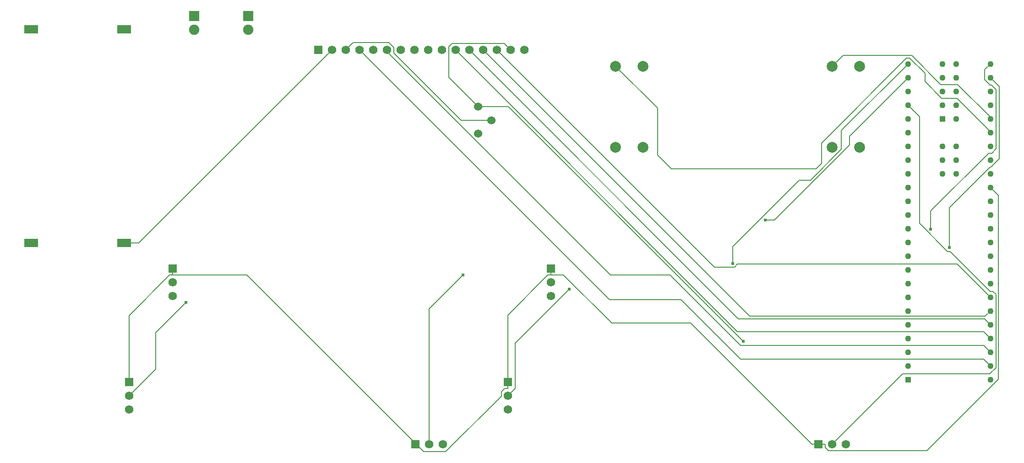
<source format=gbl>
G04 Layer: BottomLayer*
G04 EasyEDA v6.3.22, 2020-01-02T17:57:10--6:00*
G04 9629da53efd44d938a0aa96a75fe1ddf,91dbd57421b04f99998894d68b3b19aa,10*
G04 Gerber Generator version 0.2*
G04 Scale: 100 percent, Rotated: No, Reflected: No *
G04 Dimensions in millimeters *
G04 leading zeros omitted , absolute positions ,3 integer and 3 decimal *
%FSLAX33Y33*%
%MOMM*%
G90*
G71D02*

%ADD11C,0.159995*%
%ADD12C,0.610006*%
%ADD13R,1.107948X1.107948*%
%ADD14C,1.107948*%
%ADD15R,1.107948X1.107999*%
%ADD16C,1.107999*%
%ADD17R,2.540000X1.540002*%
%ADD18C,1.999996*%
%ADD19C,1.524000*%
%ADD20R,1.574800X1.574800*%
%ADD21C,1.574800*%
%ADD22R,1.899996X1.899996*%
%ADD23C,1.899996*%

%LPD*%
G54D11*
G01X155000Y80998D02*
G01X156979Y82979D01*
G01X169684Y82979D01*
G01X175054Y77610D01*
G01X178181Y77610D01*
G01X184238Y71549D01*
G01X184238Y71260D01*
G01X67569Y84001D02*
G01X113789Y37780D01*
G01X127033Y37780D01*
G01X138005Y26810D01*
G01X182968Y26810D01*
G01X184238Y25540D01*
G01X90429Y84001D02*
G01X139702Y34727D01*
G01X183268Y34727D01*
G01X184238Y35700D01*
G01X184238Y38240D02*
G01X178114Y44364D01*
G01X137447Y44364D01*
G01X136885Y43803D01*
G01X133167Y43803D01*
G01X92969Y84001D01*
G01X65029Y84001D02*
G01X66362Y85332D01*
G01X73035Y85332D01*
G01X73919Y84445D01*
G01X73919Y83434D01*
G01X86354Y70998D01*
G01X92001Y70998D01*
G01X155000Y10998D02*
G01X168028Y24029D01*
G01X184094Y24029D01*
G01X185232Y25167D01*
G01X185232Y38811D01*
G01X184693Y39350D01*
G01X184190Y39350D01*
G01X176827Y46713D01*
G01X176324Y46713D01*
G01X171145Y51895D01*
G01X171145Y71656D01*
G01X168998Y73800D01*
G01X89499Y73500D02*
G01X84079Y78921D01*
G01X84079Y84603D01*
G01X84673Y85194D01*
G01X94315Y85194D01*
G01X95509Y84001D01*
G01X24099Y48298D02*
G01X26789Y48298D01*
G01X62489Y84001D01*
G01X89499Y73500D02*
G01X95095Y73500D01*
G01X138523Y30069D01*
G01X72649Y84001D02*
G01X72649Y83678D01*
G01X114000Y42327D01*
G01X125026Y42327D01*
G01X138005Y29350D01*
G01X182968Y29350D01*
G01X184238Y28080D01*
G01X32999Y43538D02*
G01X32999Y42350D01*
G01X77919Y10998D02*
G01X78112Y10998D01*
G01X102999Y43538D02*
G01X102999Y42350D01*
G01X32999Y42350D02*
G01X32486Y42350D01*
G01X25001Y34862D01*
G01X25001Y22540D01*
G01X151269Y10998D02*
G01X128841Y33427D01*
G01X114198Y33427D01*
G01X105275Y42350D01*
G01X102999Y42350D01*
G01X152460Y10998D02*
G01X151269Y10998D01*
G01X184238Y58560D02*
G01X185724Y57077D01*
G01X185724Y23074D01*
G01X172458Y9810D01*
G01X154244Y9810D01*
G01X153649Y10404D01*
G01X153649Y10998D01*
G01X152460Y10998D02*
G01X153649Y10998D01*
G01X95001Y22540D02*
G01X95001Y34946D01*
G01X102405Y42350D01*
G01X102999Y42350D01*
G01X95001Y21349D02*
G01X94404Y21349D01*
G01X93809Y20755D01*
G01X93809Y19960D01*
G01X83530Y9680D01*
G01X79433Y9680D01*
G01X78112Y10998D01*
G01X95001Y22540D02*
G01X95001Y21349D01*
G01X32999Y42350D02*
G01X46763Y42350D01*
G01X78112Y10998D01*
G01X85349Y84001D02*
G01X137459Y31890D01*
G01X182968Y31890D01*
G01X184238Y30620D01*
G01X136593Y44511D02*
G01X136593Y47600D01*
G01X148882Y59891D01*
G01X150964Y59891D01*
G01X156679Y65603D01*
G01X156679Y69098D01*
G01X168998Y81420D01*
G01X80459Y10998D02*
G01X80459Y36091D01*
G01X86718Y42350D01*
G01X87889Y84001D02*
G01X137645Y34244D01*
G01X183154Y34244D01*
G01X184238Y33160D01*
G01X114919Y80998D02*
G01X122692Y73226D01*
G01X122692Y64570D01*
G01X125262Y61999D01*
G01X152001Y61999D01*
G01X152999Y63000D01*
G01X152999Y66782D01*
G01X168714Y82497D01*
G01X169291Y82497D01*
G01X172112Y79675D01*
G01X172112Y78148D01*
G01X175191Y75070D01*
G01X178064Y75070D01*
G01X184238Y68893D01*
G01X184238Y68720D01*
G01X176618Y47419D02*
G01X176618Y54836D01*
G01X184150Y62370D01*
G01X184353Y62370D01*
G01X185859Y63876D01*
G01X185859Y77259D01*
G01X184238Y78880D01*
G01X25001Y20000D02*
G01X29913Y24913D01*
G01X29913Y31661D01*
G01X35511Y37259D01*
G01X106337Y39756D02*
G01X96349Y29769D01*
G01X96349Y21349D01*
G01X95001Y20000D01*
G01X184238Y81420D02*
G01X183172Y80351D01*
G01X183172Y78524D01*
G01X184195Y77498D01*
G01X184467Y77498D01*
G01X185280Y76685D01*
G01X185280Y65705D01*
G01X184482Y64910D01*
G01X183883Y64910D01*
G01X173200Y54227D01*
G01X173200Y50864D01*
G01X168998Y78880D02*
G01X158145Y68024D01*
G01X158145Y66388D01*
G01X144279Y52522D01*
G01X142608Y52522D01*
G01X142608Y52522D01*
G54D13*
G01X168999Y23000D03*
G54D14*
G01X168999Y25540D03*
G01X168999Y28080D03*
G01X168999Y30620D03*
G01X168999Y33160D03*
G01X168999Y35700D03*
G01X168999Y38240D03*
G01X168999Y40780D03*
G01X168999Y43320D03*
G01X168999Y45860D03*
G01X168999Y48400D03*
G01X168999Y50940D03*
G01X168999Y53480D03*
G01X168999Y56020D03*
G01X168999Y58560D03*
G01X168999Y61100D03*
G01X168999Y63640D03*
G01X168999Y66180D03*
G01X168999Y68720D03*
G01X168999Y71260D03*
G01X168999Y73800D03*
G01X168999Y76340D03*
G01X168999Y78880D03*
G01X168999Y81420D03*
G01X184239Y81420D03*
G01X184239Y78880D03*
G01X184239Y76340D03*
G01X184239Y73800D03*
G01X184239Y71260D03*
G01X184239Y68720D03*
G01X184239Y66180D03*
G01X184239Y63640D03*
G01X184239Y61100D03*
G01X184239Y58560D03*
G01X184239Y56020D03*
G01X184239Y53480D03*
G01X184239Y50940D03*
G01X184239Y48400D03*
G01X184239Y45860D03*
G01X184239Y43320D03*
G01X184239Y40780D03*
G01X184239Y38240D03*
G01X184239Y35700D03*
G01X184239Y33160D03*
G01X184239Y30620D03*
G01X184239Y28080D03*
G01X184239Y25540D03*
G01X184239Y23000D03*
G54D15*
G01X175349Y71260D03*
G54D14*
G01X175349Y73800D03*
G01X175349Y76340D03*
G01X175349Y78880D03*
G01X175349Y81420D03*
G01X177889Y81420D03*
G01X177889Y78880D03*
G01X177889Y76340D03*
G01X177889Y73800D03*
G01X177889Y71260D03*
G54D16*
G01X175349Y66180D03*
G01X175349Y63640D03*
G01X175349Y61100D03*
G01X177889Y66180D03*
G01X177889Y63640D03*
G01X177889Y61100D03*
G54D17*
G01X24100Y48299D03*
G01X6900Y48299D03*
G01X6900Y87800D03*
G01X24100Y87800D03*
G54D18*
G01X114920Y81000D03*
G01X120000Y81000D03*
G01X154999Y81000D03*
G01X160079Y81000D03*
G01X114920Y66000D03*
G01X120000Y66000D03*
G01X154999Y66000D03*
G01X160079Y66000D03*
G54D19*
G01X92000Y71000D03*
G01X89500Y68500D03*
G01X89500Y73500D03*
G54D20*
G01X59950Y84000D03*
G54D21*
G01X62490Y84000D03*
G01X65030Y84000D03*
G01X67570Y84000D03*
G01X70110Y84000D03*
G01X72650Y84000D03*
G01X75190Y84000D03*
G01X77730Y84000D03*
G01X80270Y84000D03*
G01X82810Y84000D03*
G01X85350Y84000D03*
G01X87890Y84000D03*
G01X90430Y84000D03*
G01X92970Y84000D03*
G01X95510Y84000D03*
G01X98050Y84000D03*
G01X103000Y38460D03*
G01X103000Y41000D03*
G54D20*
G01X103000Y43540D03*
G54D21*
G01X157539Y10999D03*
G01X154999Y10999D03*
G54D20*
G01X152459Y10999D03*
G54D21*
G01X32999Y38460D03*
G01X32999Y41000D03*
G54D20*
G01X32999Y43540D03*
G54D21*
G01X83000Y10999D03*
G01X80460Y10999D03*
G54D20*
G01X77920Y10999D03*
G54D21*
G01X24999Y17459D03*
G01X24999Y19999D03*
G54D20*
G01X24999Y22539D03*
G54D21*
G01X95000Y17459D03*
G01X95000Y19999D03*
G54D20*
G01X95000Y22539D03*
G54D22*
G01X46999Y90270D03*
G54D23*
G01X46999Y87730D03*
G54D22*
G01X37000Y90269D03*
G54D23*
G01X37000Y87729D03*
G54D12*
G01X138523Y30069D03*
G01X86718Y42350D03*
G01X136593Y44511D03*
G01X35511Y37259D03*
G01X176618Y47419D03*
G01X173200Y50864D03*
G01X106337Y39756D03*
G01X142608Y52522D03*
M00*
M02*

</source>
